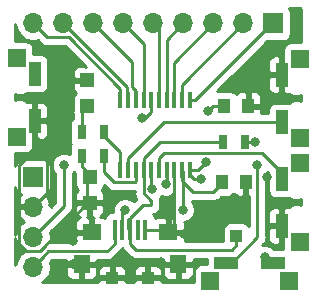
<source format=gbr>
G04 #@! TF.GenerationSoftware,KiCad,Pcbnew,5.0.1*
G04 #@! TF.CreationDate,2019-03-05T21:59:43-06:00*
G04 #@! TF.ProjectId,CH552Devboard,4348353532446576626F6172642E6B69,rev?*
G04 #@! TF.SameCoordinates,Original*
G04 #@! TF.FileFunction,Copper,L1,Top,Signal*
G04 #@! TF.FilePolarity,Positive*
%FSLAX46Y46*%
G04 Gerber Fmt 4.6, Leading zero omitted, Abs format (unit mm)*
G04 Created by KiCad (PCBNEW 5.0.1) date Tue 05 Mar 2019 09:59:43 PM CST*
%MOMM*%
%LPD*%
G01*
G04 APERTURE LIST*
G04 #@! TA.AperFunction,SMDPad,CuDef*
%ADD10R,1.000000X1.250000*%
G04 #@! TD*
G04 #@! TA.AperFunction,SMDPad,CuDef*
%ADD11R,1.200000X1.200000*%
G04 #@! TD*
G04 #@! TA.AperFunction,ComponentPad*
%ADD12R,1.000000X1.000000*%
G04 #@! TD*
G04 #@! TA.AperFunction,SMDPad,CuDef*
%ADD13R,1.500000X1.400000*%
G04 #@! TD*
G04 #@! TA.AperFunction,SMDPad,CuDef*
%ADD14R,0.400000X1.800000*%
G04 #@! TD*
G04 #@! TA.AperFunction,SMDPad,CuDef*
%ADD15R,1.350000X1.500000*%
G04 #@! TD*
G04 #@! TA.AperFunction,SMDPad,CuDef*
%ADD16R,1.100000X1.000000*%
G04 #@! TD*
G04 #@! TA.AperFunction,ComponentPad*
%ADD17R,1.700000X1.700000*%
G04 #@! TD*
G04 #@! TA.AperFunction,ComponentPad*
%ADD18O,1.700000X1.700000*%
G04 #@! TD*
G04 #@! TA.AperFunction,SMDPad,CuDef*
%ADD19R,0.700000X1.300000*%
G04 #@! TD*
G04 #@! TA.AperFunction,SMDPad,CuDef*
%ADD20R,1.524000X1.524000*%
G04 #@! TD*
G04 #@! TA.AperFunction,SMDPad,CuDef*
%ADD21R,1.000000X2.000000*%
G04 #@! TD*
G04 #@! TA.AperFunction,SMDPad,CuDef*
%ADD22R,0.450000X1.450000*%
G04 #@! TD*
G04 #@! TA.AperFunction,SMDPad,CuDef*
%ADD23R,2.000000X1.000000*%
G04 #@! TD*
G04 #@! TA.AperFunction,ViaPad*
%ADD24C,0.800000*%
G04 #@! TD*
G04 #@! TA.AperFunction,Conductor*
%ADD25C,0.250000*%
G04 #@! TD*
G04 #@! TA.AperFunction,Conductor*
%ADD26C,0.254000*%
G04 #@! TD*
G04 APERTURE END LIST*
D10*
G04 #@! TO.P,C1,1*
G04 #@! TO.N,+3V3*
X174400000Y-107000000D03*
G04 #@! TO.P,C1,2*
G04 #@! TO.N,VSS*
X176400000Y-107000000D03*
G04 #@! TD*
G04 #@! TO.P,C2,2*
G04 #@! TO.N,VCC*
X174200000Y-113400000D03*
G04 #@! TO.P,C2,1*
G04 #@! TO.N,VSS*
X176200000Y-113400000D03*
G04 #@! TD*
D11*
G04 #@! TO.P,D1,2*
G04 #@! TO.N,Net-(D1-Pad2)*
X163000000Y-113000000D03*
G04 #@! TO.P,D1,1*
G04 #@! TO.N,VSS*
X163000000Y-115200000D03*
G04 #@! TD*
G04 #@! TO.P,D2,1*
G04 #@! TO.N,VSS*
X162800000Y-104800000D03*
G04 #@! TO.P,D2,2*
G04 #@! TO.N,Net-(D2-Pad2)*
X162800000Y-107000000D03*
G04 #@! TD*
D12*
G04 #@! TO.P,J1,1*
G04 #@! TO.N,D+*
X175400000Y-118000000D03*
G04 #@! TD*
D13*
G04 #@! TO.P,J2,6*
G04 #@! TO.N,VSS*
X163150000Y-117700000D03*
X169650000Y-117700000D03*
D14*
G04 #@! TO.P,J2,3*
G04 #@! TO.N,D+*
X166400000Y-117500000D03*
G04 #@! TO.P,J2,2*
G04 #@! TO.N,D-*
X165750000Y-117500000D03*
G04 #@! TO.P,J2,4*
G04 #@! TO.N,Net-(J2-Pad4)*
X167050000Y-117500000D03*
G04 #@! TO.P,J2,1*
G04 #@! TO.N,VCC*
X165100000Y-117500000D03*
G04 #@! TO.P,J2,5*
G04 #@! TO.N,VSS*
X167700000Y-117500000D03*
D15*
G04 #@! TO.P,J2,6*
X162325000Y-120370000D03*
X170475000Y-120370000D03*
D16*
X164900000Y-121550000D03*
X167900000Y-121550000D03*
G04 #@! TD*
D17*
G04 #@! TO.P,J3,1*
G04 #@! TO.N,RST*
X158200000Y-112980000D03*
D18*
G04 #@! TO.P,J3,2*
G04 #@! TO.N,VSS*
X158200000Y-115520000D03*
G04 #@! TO.P,J3,3*
G04 #@! TO.N,+3V3*
X158200000Y-118060000D03*
G04 #@! TO.P,J3,4*
G04 #@! TO.N,VCC*
X158200000Y-120600000D03*
G04 #@! TD*
D19*
G04 #@! TO.P,R1,1*
G04 #@! TO.N,Net-(R1-Pad1)*
X176150000Y-110000000D03*
G04 #@! TO.P,R1,2*
G04 #@! TO.N,D+*
X174250000Y-110000000D03*
G04 #@! TD*
D20*
G04 #@! TO.P,SW3,3*
G04 #@! TO.N,N/C*
X180800000Y-111800000D03*
X180800000Y-118500000D03*
D21*
G04 #@! TO.P,SW3,1*
G04 #@! TO.N,B2*
X179250000Y-113150000D03*
G04 #@! TO.P,SW3,2*
G04 #@! TO.N,VSS*
X179250000Y-117150000D03*
G04 #@! TD*
D22*
G04 #@! TO.P,U1,1*
G04 #@! TO.N,P3.2*
X171450000Y-106500000D03*
G04 #@! TO.P,U1,2*
G04 #@! TO.N,P1.4*
X170800000Y-106500000D03*
G04 #@! TO.P,U1,3*
G04 #@! TO.N,P1.5*
X170150000Y-106500000D03*
G04 #@! TO.P,U1,4*
G04 #@! TO.N,P1.6*
X169500000Y-106500000D03*
G04 #@! TO.P,U1,5*
G04 #@! TO.N,P1.7*
X168850000Y-106500000D03*
G04 #@! TO.P,U1,6*
G04 #@! TO.N,RST*
X168200000Y-106500000D03*
G04 #@! TO.P,U1,7*
G04 #@! TO.N,P1.0*
X167550000Y-106500000D03*
G04 #@! TO.P,U1,8*
G04 #@! TO.N,P1.1*
X166900000Y-106500000D03*
G04 #@! TO.P,U1,9*
G04 #@! TO.N,P3.1*
X166250000Y-106500000D03*
G04 #@! TO.P,U1,10*
G04 #@! TO.N,P3.0*
X165600000Y-106500000D03*
G04 #@! TO.P,U1,11*
G04 #@! TO.N,Net-(R3-Pad2)*
X165600000Y-112400000D03*
G04 #@! TO.P,U1,12*
G04 #@! TO.N,B1*
X166250000Y-112400000D03*
G04 #@! TO.P,U1,13*
G04 #@! TO.N,Net-(R2-Pad2)*
X166900000Y-112400000D03*
G04 #@! TO.P,U1,14*
G04 #@! TO.N,D+*
X167550000Y-112400000D03*
G04 #@! TO.P,U1,15*
G04 #@! TO.N,D-*
X168200000Y-112400000D03*
G04 #@! TO.P,U1,16*
G04 #@! TO.N,B2*
X168850000Y-112400000D03*
G04 #@! TO.P,U1,17*
G04 #@! TO.N,B3*
X169500000Y-112400000D03*
G04 #@! TO.P,U1,18*
G04 #@! TO.N,VSS*
X170150000Y-112400000D03*
G04 #@! TO.P,U1,19*
G04 #@! TO.N,VCC*
X170800000Y-112400000D03*
G04 #@! TO.P,U1,20*
G04 #@! TO.N,+3V3*
X171450000Y-112400000D03*
G04 #@! TD*
D20*
G04 #@! TO.P,SW1,3*
G04 #@! TO.N,N/C*
X179900000Y-121800000D03*
X173200000Y-121800000D03*
D23*
G04 #@! TO.P,SW1,2*
G04 #@! TO.N,+3V3*
X178550000Y-120250000D03*
G04 #@! TO.P,SW1,1*
G04 #@! TO.N,Net-(R1-Pad1)*
X174550000Y-120250000D03*
G04 #@! TD*
D21*
G04 #@! TO.P,SW2,1*
G04 #@! TO.N,B3*
X158350000Y-104250000D03*
G04 #@! TO.P,SW2,2*
G04 #@! TO.N,VSS*
X158350000Y-108250000D03*
D20*
G04 #@! TO.P,SW2,3*
G04 #@! TO.N,N/C*
X156800000Y-102900000D03*
X156800000Y-109600000D03*
G04 #@! TD*
G04 #@! TO.P,SW4,3*
G04 #@! TO.N,N/C*
X180800000Y-103000000D03*
X180800000Y-109700000D03*
D21*
G04 #@! TO.P,SW4,2*
G04 #@! TO.N,VSS*
X179250000Y-104350000D03*
G04 #@! TO.P,SW4,1*
G04 #@! TO.N,B1*
X179250000Y-108350000D03*
G04 #@! TD*
D17*
G04 #@! TO.P,J4,1*
G04 #@! TO.N,P3.2*
X178540000Y-100000000D03*
D18*
G04 #@! TO.P,J4,2*
G04 #@! TO.N,P1.4*
X176000000Y-100000000D03*
G04 #@! TO.P,J4,3*
G04 #@! TO.N,P1.5*
X173460000Y-100000000D03*
G04 #@! TO.P,J4,4*
G04 #@! TO.N,P1.6*
X170920000Y-100000000D03*
G04 #@! TO.P,J4,5*
G04 #@! TO.N,P1.7*
X168380000Y-100000000D03*
G04 #@! TO.P,J4,6*
G04 #@! TO.N,P1.0*
X165840000Y-100000000D03*
G04 #@! TO.P,J4,7*
G04 #@! TO.N,P1.1*
X163300000Y-100000000D03*
G04 #@! TO.P,J4,8*
G04 #@! TO.N,P3.1*
X160760000Y-100000000D03*
G04 #@! TO.P,J4,9*
G04 #@! TO.N,P3.0*
X158220000Y-100000000D03*
G04 #@! TD*
D19*
G04 #@! TO.P,R2,1*
G04 #@! TO.N,Net-(D1-Pad2)*
X162300000Y-111200000D03*
G04 #@! TO.P,R2,2*
G04 #@! TO.N,Net-(R2-Pad2)*
X164200000Y-111200000D03*
G04 #@! TD*
G04 #@! TO.P,R3,2*
G04 #@! TO.N,Net-(R3-Pad2)*
X164200000Y-109200000D03*
G04 #@! TO.P,R3,1*
G04 #@! TO.N,Net-(D2-Pad2)*
X162300000Y-109200000D03*
G04 #@! TD*
D24*
G04 #@! TO.N,+3V3*
X177800000Y-119800000D03*
X160800000Y-112000000D03*
X172400000Y-113200000D03*
X172800000Y-111725000D03*
X173000000Y-107400000D03*
G04 #@! TO.N,VCC*
X170875000Y-115800000D03*
G04 #@! TO.N,VSS*
X178000000Y-106600000D03*
X178000000Y-113000000D03*
X176000000Y-115000000D03*
X171000000Y-117800000D03*
X169000000Y-120200000D03*
X161600000Y-118400000D03*
X161600000Y-120400000D03*
G04 #@! TO.N,D-*
X168275000Y-114000000D03*
X165987347Y-115787347D03*
G04 #@! TO.N,RST*
X167400000Y-108000000D03*
G04 #@! TO.N,Net-(R1-Pad1)*
X177200000Y-112000000D03*
X177000000Y-110000000D03*
G04 #@! TO.N,B3*
X169413811Y-113620186D03*
X158350000Y-104250000D03*
G04 #@! TD*
D25*
G04 #@! TO.N,+3V3*
X160800000Y-115460000D02*
X158200000Y-118060000D01*
X160800000Y-112000000D02*
X160800000Y-115460000D01*
X171834315Y-113200000D02*
X171484325Y-112850010D01*
X172400000Y-113200000D02*
X171834315Y-113200000D01*
X174000000Y-107000000D02*
X174200000Y-107000000D01*
X173400000Y-107000000D02*
X174000000Y-107000000D01*
X173000000Y-107400000D02*
X173400000Y-107000000D01*
X172125000Y-112400000D02*
X172800000Y-111725000D01*
X171450000Y-112400000D02*
X172125000Y-112400000D01*
G04 #@! TO.N,VCC*
X174200000Y-113525000D02*
X174200000Y-113400000D01*
X171700000Y-114275000D02*
X173450000Y-114275000D01*
X173450000Y-114275000D02*
X174200000Y-113525000D01*
X170800000Y-113375000D02*
X171700000Y-114275000D01*
X170800000Y-112400000D02*
X170800000Y-113375000D01*
X164455001Y-119294999D02*
X159505001Y-119294999D01*
X159049999Y-119750001D02*
X158200000Y-120600000D01*
X165100000Y-118650000D02*
X164455001Y-119294999D01*
X159505001Y-119294999D02*
X159049999Y-119750001D01*
X165100000Y-117500000D02*
X165100000Y-118650000D01*
X170875000Y-112475000D02*
X170800000Y-112400000D01*
X170875000Y-115800000D02*
X170875000Y-112475000D01*
G04 #@! TO.N,VSS*
X176200000Y-113400000D02*
X176200000Y-113525000D01*
G04 #@! TO.N,Net-(D1-Pad2)*
X163000000Y-112963590D02*
X163018205Y-112981795D01*
X163000000Y-112800000D02*
X163000000Y-112963590D01*
X162300000Y-112100000D02*
X163000000Y-112800000D01*
X162300000Y-111200000D02*
X162300000Y-112100000D01*
G04 #@! TO.N,Net-(R2-Pad2)*
X166824999Y-113450001D02*
X166900000Y-113375000D01*
X165050001Y-113450001D02*
X166824999Y-113450001D01*
X166900000Y-113375000D02*
X166900000Y-112400000D01*
G04 #@! TO.N,VSS*
X170150000Y-117200000D02*
X169650000Y-117700000D01*
X170150000Y-112400000D02*
X170150000Y-117200000D01*
X169450000Y-117500000D02*
X169650000Y-117700000D01*
X167700000Y-117500000D02*
X169450000Y-117500000D01*
X162800000Y-114250000D02*
X162800000Y-113400000D01*
X162800000Y-115199002D02*
X162800000Y-114250000D01*
X157635999Y-119235001D02*
X158764001Y-119235001D01*
X157024999Y-118624001D02*
X157635999Y-119235001D01*
X157024999Y-111948003D02*
X157024999Y-118624001D01*
X158350000Y-110623002D02*
X157024999Y-111948003D01*
X158764001Y-119235001D02*
X162800000Y-115199002D01*
X158350000Y-108250000D02*
X158350000Y-110623002D01*
X158350000Y-109500000D02*
X158350000Y-108250000D01*
X159375001Y-110525001D02*
X158350000Y-109500000D01*
X159375001Y-114344999D02*
X159375001Y-110525001D01*
X158200000Y-115520000D02*
X159375001Y-114344999D01*
G04 #@! TO.N,Net-(D2-Pad2)*
X162300000Y-107500000D02*
X162800000Y-107000000D01*
X162300000Y-109200000D02*
X162300000Y-107500000D01*
G04 #@! TO.N,D+*
X166275001Y-117375001D02*
X166400000Y-117500000D01*
X166275001Y-116524999D02*
X166275001Y-117375001D01*
X167550000Y-114348002D02*
X168200000Y-114998002D01*
X167550000Y-112400000D02*
X167550000Y-114348002D01*
X168200000Y-114998002D02*
X168200000Y-115400000D01*
X166400000Y-116464998D02*
X166400000Y-117500000D01*
X167464998Y-115400000D02*
X166400000Y-116464998D01*
X168200000Y-115400000D02*
X167464998Y-115400000D01*
X175400000Y-118800000D02*
X175400000Y-118000000D01*
X175000000Y-119200000D02*
X175400000Y-118800000D01*
X166950000Y-119200000D02*
X175000000Y-119200000D01*
X166400000Y-117500000D02*
X166400000Y-118650000D01*
X166400000Y-118650000D02*
X166950000Y-119200000D01*
X168975000Y-110000000D02*
X173650000Y-110000000D01*
X173650000Y-110000000D02*
X174250000Y-110000000D01*
X167550000Y-111425000D02*
X168975000Y-110000000D01*
X167550000Y-112400000D02*
X167550000Y-111425000D01*
G04 #@! TO.N,D-*
X168200000Y-112400000D02*
X168200000Y-113925000D01*
X168200000Y-113925000D02*
X168275000Y-114000000D01*
X165750000Y-116024694D02*
X165750000Y-117500000D01*
X165987347Y-115787347D02*
X165750000Y-116024694D01*
G04 #@! TO.N,RST*
X167675000Y-108000000D02*
X167400000Y-108000000D01*
X168200000Y-106500000D02*
X168200000Y-107475000D01*
X168200000Y-107475000D02*
X167675000Y-108000000D01*
G04 #@! TO.N,P3.2*
X178425000Y-100000000D02*
X178540000Y-100000000D01*
X171925000Y-106500000D02*
X178425000Y-100000000D01*
X171450000Y-106500000D02*
X171925000Y-106500000D01*
G04 #@! TO.N,P1.4*
X170800000Y-105200000D02*
X176000000Y-100000000D01*
X170800000Y-106500000D02*
X170800000Y-105200000D01*
G04 #@! TO.N,P1.5*
X170150000Y-103310000D02*
X173460000Y-100000000D01*
X170150000Y-106500000D02*
X170150000Y-103310000D01*
G04 #@! TO.N,P1.6*
X169500000Y-101420000D02*
X170920000Y-100000000D01*
X169500000Y-106500000D02*
X169500000Y-101420000D01*
G04 #@! TO.N,P1.7*
X168850000Y-100470000D02*
X168380000Y-100000000D01*
X168850000Y-106500000D02*
X168850000Y-100470000D01*
G04 #@! TO.N,P3.0*
X159069999Y-100849999D02*
X158220000Y-100000000D01*
X159395001Y-101175001D02*
X159069999Y-100849999D01*
X161250001Y-101175001D02*
X159395001Y-101175001D01*
X165600000Y-105525000D02*
X161250001Y-101175001D01*
X165600000Y-106500000D02*
X165600000Y-105525000D01*
G04 #@! TO.N,P3.1*
X166150001Y-106400001D02*
X166250000Y-106500000D01*
X166150001Y-105390001D02*
X166150001Y-106400001D01*
X160760000Y-100000000D02*
X166150001Y-105390001D01*
G04 #@! TO.N,P1.1*
X164149999Y-100849999D02*
X163300000Y-100000000D01*
X166600011Y-103300011D02*
X164149999Y-100849999D01*
X166600011Y-105400000D02*
X166600011Y-103300011D01*
X166900000Y-105699989D02*
X166600011Y-105400000D01*
X166900000Y-106500000D02*
X166900000Y-105699989D01*
G04 #@! TO.N,P1.0*
X167550000Y-101710000D02*
X167550000Y-106500000D01*
X165840000Y-100000000D02*
X167550000Y-101710000D01*
G04 #@! TO.N,Net-(R1-Pad1)*
X177200000Y-117785002D02*
X177200000Y-112000000D01*
X174550000Y-120250000D02*
X175050000Y-120250000D01*
X177200000Y-118100000D02*
X177200000Y-117785002D01*
X175050000Y-120250000D02*
X177200000Y-118100000D01*
X177000000Y-110000000D02*
X176150000Y-110000000D01*
G04 #@! TO.N,B3*
X169500000Y-112400000D02*
X169500000Y-113533997D01*
X169500000Y-113533997D02*
X169413811Y-113620186D01*
G04 #@! TO.N,B2*
X168850000Y-111425000D02*
X169275000Y-111000000D01*
X168850000Y-112400000D02*
X168850000Y-111425000D01*
X179250000Y-112650000D02*
X179250000Y-113150000D01*
X177600000Y-111000000D02*
X179250000Y-112650000D01*
X169275000Y-111000000D02*
X177600000Y-111000000D01*
G04 #@! TO.N,B1*
X169325000Y-108350000D02*
X178500000Y-108350000D01*
X166250000Y-111425000D02*
X169325000Y-108350000D01*
X178500000Y-108350000D02*
X179250000Y-108350000D01*
X166250000Y-112400000D02*
X166250000Y-111425000D01*
G04 #@! TO.N,Net-(R2-Pad2)*
X164200000Y-112600000D02*
X164200000Y-111200000D01*
X165050001Y-113450001D02*
X164200000Y-112600000D01*
G04 #@! TO.N,Net-(R3-Pad2)*
X164200000Y-109500000D02*
X164200000Y-109200000D01*
X165600000Y-110900000D02*
X164200000Y-109500000D01*
X165600000Y-112400000D02*
X165600000Y-110900000D01*
G04 #@! TD*
D26*
G04 #@! TO.N,VSS*
G36*
X165796661Y-119115000D02*
X165852072Y-119197929D01*
X165915527Y-119240328D01*
X166359672Y-119684475D01*
X166402071Y-119747929D01*
X166465524Y-119790327D01*
X166465526Y-119790329D01*
X166570032Y-119860157D01*
X166653463Y-119915904D01*
X166875148Y-119960000D01*
X166875152Y-119960000D01*
X166949999Y-119974888D01*
X167024846Y-119960000D01*
X169165000Y-119960000D01*
X169165000Y-120084250D01*
X169323750Y-120243000D01*
X170348000Y-120243000D01*
X170348000Y-120223000D01*
X170602000Y-120223000D01*
X170602000Y-120243000D01*
X171626250Y-120243000D01*
X171785000Y-120084250D01*
X171785000Y-119960000D01*
X172902560Y-119960000D01*
X172902560Y-120390560D01*
X172438000Y-120390560D01*
X172190235Y-120439843D01*
X171980191Y-120580191D01*
X171839843Y-120790235D01*
X171790560Y-121038000D01*
X171790560Y-121890000D01*
X169085000Y-121890000D01*
X169085000Y-121835750D01*
X168926250Y-121677000D01*
X168027000Y-121677000D01*
X168027000Y-121697000D01*
X167773000Y-121697000D01*
X167773000Y-121677000D01*
X166873750Y-121677000D01*
X166715000Y-121835750D01*
X166715000Y-121890000D01*
X166085000Y-121890000D01*
X166085000Y-121835750D01*
X165926250Y-121677000D01*
X165027000Y-121677000D01*
X165027000Y-121697000D01*
X164773000Y-121697000D01*
X164773000Y-121677000D01*
X163873750Y-121677000D01*
X163715000Y-121835750D01*
X163715000Y-121890000D01*
X158942307Y-121890000D01*
X159270625Y-121670625D01*
X159598839Y-121179418D01*
X159703002Y-120655750D01*
X161015000Y-120655750D01*
X161015000Y-121246310D01*
X161111673Y-121479699D01*
X161290302Y-121658327D01*
X161523691Y-121755000D01*
X162039250Y-121755000D01*
X162198000Y-121596250D01*
X162198000Y-120497000D01*
X162452000Y-120497000D01*
X162452000Y-121596250D01*
X162610750Y-121755000D01*
X163126309Y-121755000D01*
X163359698Y-121658327D01*
X163538327Y-121479699D01*
X163635000Y-121246310D01*
X163635000Y-120923690D01*
X163715000Y-120923690D01*
X163715000Y-121264250D01*
X163873750Y-121423000D01*
X164773000Y-121423000D01*
X164773000Y-120573750D01*
X165027000Y-120573750D01*
X165027000Y-121423000D01*
X165926250Y-121423000D01*
X166085000Y-121264250D01*
X166085000Y-120923690D01*
X166715000Y-120923690D01*
X166715000Y-121264250D01*
X166873750Y-121423000D01*
X167773000Y-121423000D01*
X167773000Y-120573750D01*
X168027000Y-120573750D01*
X168027000Y-121423000D01*
X168926250Y-121423000D01*
X169085000Y-121264250D01*
X169085000Y-120923690D01*
X168988327Y-120690301D01*
X168953776Y-120655750D01*
X169165000Y-120655750D01*
X169165000Y-121246310D01*
X169261673Y-121479699D01*
X169440302Y-121658327D01*
X169673691Y-121755000D01*
X170189250Y-121755000D01*
X170348000Y-121596250D01*
X170348000Y-120497000D01*
X170602000Y-120497000D01*
X170602000Y-121596250D01*
X170760750Y-121755000D01*
X171276309Y-121755000D01*
X171509698Y-121658327D01*
X171688327Y-121479699D01*
X171785000Y-121246310D01*
X171785000Y-120655750D01*
X171626250Y-120497000D01*
X170602000Y-120497000D01*
X170348000Y-120497000D01*
X169323750Y-120497000D01*
X169165000Y-120655750D01*
X168953776Y-120655750D01*
X168809698Y-120511673D01*
X168576309Y-120415000D01*
X168185750Y-120415000D01*
X168027000Y-120573750D01*
X167773000Y-120573750D01*
X167614250Y-120415000D01*
X167223691Y-120415000D01*
X166990302Y-120511673D01*
X166811673Y-120690301D01*
X166715000Y-120923690D01*
X166085000Y-120923690D01*
X165988327Y-120690301D01*
X165809698Y-120511673D01*
X165576309Y-120415000D01*
X165185750Y-120415000D01*
X165027000Y-120573750D01*
X164773000Y-120573750D01*
X164614250Y-120415000D01*
X164223691Y-120415000D01*
X163990302Y-120511673D01*
X163811673Y-120690301D01*
X163715000Y-120923690D01*
X163635000Y-120923690D01*
X163635000Y-120655750D01*
X163476250Y-120497000D01*
X162452000Y-120497000D01*
X162198000Y-120497000D01*
X161173750Y-120497000D01*
X161015000Y-120655750D01*
X159703002Y-120655750D01*
X159714092Y-120600000D01*
X159641209Y-120233592D01*
X159819802Y-120054999D01*
X161015000Y-120054999D01*
X161015000Y-120084250D01*
X161173750Y-120243000D01*
X162198000Y-120243000D01*
X162198000Y-120223000D01*
X162452000Y-120223000D01*
X162452000Y-120243000D01*
X163476250Y-120243000D01*
X163635000Y-120084250D01*
X163635000Y-120054999D01*
X164380154Y-120054999D01*
X164455001Y-120069887D01*
X164529848Y-120054999D01*
X164529853Y-120054999D01*
X164751538Y-120010903D01*
X165002930Y-119842928D01*
X165045331Y-119779470D01*
X165584475Y-119240328D01*
X165647929Y-119197929D01*
X165690327Y-119134476D01*
X165690329Y-119134474D01*
X165748483Y-119047440D01*
X165751518Y-119047440D01*
X165796661Y-119115000D01*
X165796661Y-119115000D01*
G37*
X165796661Y-119115000D02*
X165852072Y-119197929D01*
X165915527Y-119240328D01*
X166359672Y-119684475D01*
X166402071Y-119747929D01*
X166465524Y-119790327D01*
X166465526Y-119790329D01*
X166570032Y-119860157D01*
X166653463Y-119915904D01*
X166875148Y-119960000D01*
X166875152Y-119960000D01*
X166949999Y-119974888D01*
X167024846Y-119960000D01*
X169165000Y-119960000D01*
X169165000Y-120084250D01*
X169323750Y-120243000D01*
X170348000Y-120243000D01*
X170348000Y-120223000D01*
X170602000Y-120223000D01*
X170602000Y-120243000D01*
X171626250Y-120243000D01*
X171785000Y-120084250D01*
X171785000Y-119960000D01*
X172902560Y-119960000D01*
X172902560Y-120390560D01*
X172438000Y-120390560D01*
X172190235Y-120439843D01*
X171980191Y-120580191D01*
X171839843Y-120790235D01*
X171790560Y-121038000D01*
X171790560Y-121890000D01*
X169085000Y-121890000D01*
X169085000Y-121835750D01*
X168926250Y-121677000D01*
X168027000Y-121677000D01*
X168027000Y-121697000D01*
X167773000Y-121697000D01*
X167773000Y-121677000D01*
X166873750Y-121677000D01*
X166715000Y-121835750D01*
X166715000Y-121890000D01*
X166085000Y-121890000D01*
X166085000Y-121835750D01*
X165926250Y-121677000D01*
X165027000Y-121677000D01*
X165027000Y-121697000D01*
X164773000Y-121697000D01*
X164773000Y-121677000D01*
X163873750Y-121677000D01*
X163715000Y-121835750D01*
X163715000Y-121890000D01*
X158942307Y-121890000D01*
X159270625Y-121670625D01*
X159598839Y-121179418D01*
X159703002Y-120655750D01*
X161015000Y-120655750D01*
X161015000Y-121246310D01*
X161111673Y-121479699D01*
X161290302Y-121658327D01*
X161523691Y-121755000D01*
X162039250Y-121755000D01*
X162198000Y-121596250D01*
X162198000Y-120497000D01*
X162452000Y-120497000D01*
X162452000Y-121596250D01*
X162610750Y-121755000D01*
X163126309Y-121755000D01*
X163359698Y-121658327D01*
X163538327Y-121479699D01*
X163635000Y-121246310D01*
X163635000Y-120923690D01*
X163715000Y-120923690D01*
X163715000Y-121264250D01*
X163873750Y-121423000D01*
X164773000Y-121423000D01*
X164773000Y-120573750D01*
X165027000Y-120573750D01*
X165027000Y-121423000D01*
X165926250Y-121423000D01*
X166085000Y-121264250D01*
X166085000Y-120923690D01*
X166715000Y-120923690D01*
X166715000Y-121264250D01*
X166873750Y-121423000D01*
X167773000Y-121423000D01*
X167773000Y-120573750D01*
X168027000Y-120573750D01*
X168027000Y-121423000D01*
X168926250Y-121423000D01*
X169085000Y-121264250D01*
X169085000Y-120923690D01*
X168988327Y-120690301D01*
X168953776Y-120655750D01*
X169165000Y-120655750D01*
X169165000Y-121246310D01*
X169261673Y-121479699D01*
X169440302Y-121658327D01*
X169673691Y-121755000D01*
X170189250Y-121755000D01*
X170348000Y-121596250D01*
X170348000Y-120497000D01*
X170602000Y-120497000D01*
X170602000Y-121596250D01*
X170760750Y-121755000D01*
X171276309Y-121755000D01*
X171509698Y-121658327D01*
X171688327Y-121479699D01*
X171785000Y-121246310D01*
X171785000Y-120655750D01*
X171626250Y-120497000D01*
X170602000Y-120497000D01*
X170348000Y-120497000D01*
X169323750Y-120497000D01*
X169165000Y-120655750D01*
X168953776Y-120655750D01*
X168809698Y-120511673D01*
X168576309Y-120415000D01*
X168185750Y-120415000D01*
X168027000Y-120573750D01*
X167773000Y-120573750D01*
X167614250Y-120415000D01*
X167223691Y-120415000D01*
X166990302Y-120511673D01*
X166811673Y-120690301D01*
X166715000Y-120923690D01*
X166085000Y-120923690D01*
X165988327Y-120690301D01*
X165809698Y-120511673D01*
X165576309Y-120415000D01*
X165185750Y-120415000D01*
X165027000Y-120573750D01*
X164773000Y-120573750D01*
X164614250Y-120415000D01*
X164223691Y-120415000D01*
X163990302Y-120511673D01*
X163811673Y-120690301D01*
X163715000Y-120923690D01*
X163635000Y-120923690D01*
X163635000Y-120655750D01*
X163476250Y-120497000D01*
X162452000Y-120497000D01*
X162198000Y-120497000D01*
X161173750Y-120497000D01*
X161015000Y-120655750D01*
X159703002Y-120655750D01*
X159714092Y-120600000D01*
X159641209Y-120233592D01*
X159819802Y-120054999D01*
X161015000Y-120054999D01*
X161015000Y-120084250D01*
X161173750Y-120243000D01*
X162198000Y-120243000D01*
X162198000Y-120223000D01*
X162452000Y-120223000D01*
X162452000Y-120243000D01*
X163476250Y-120243000D01*
X163635000Y-120084250D01*
X163635000Y-120054999D01*
X164380154Y-120054999D01*
X164455001Y-120069887D01*
X164529848Y-120054999D01*
X164529853Y-120054999D01*
X164751538Y-120010903D01*
X165002930Y-119842928D01*
X165045331Y-119779470D01*
X165584475Y-119240328D01*
X165647929Y-119197929D01*
X165690327Y-119134476D01*
X165690329Y-119134474D01*
X165748483Y-119047440D01*
X165751518Y-119047440D01*
X165796661Y-119115000D01*
G36*
X156801161Y-118639418D02*
X157129375Y-119130625D01*
X157427761Y-119330000D01*
X157129375Y-119529375D01*
X156801161Y-120020582D01*
X156710000Y-120478881D01*
X156710000Y-118181119D01*
X156801161Y-118639418D01*
X156801161Y-118639418D01*
G37*
X156801161Y-118639418D02*
X157129375Y-119130625D01*
X157427761Y-119330000D01*
X157129375Y-119529375D01*
X156801161Y-120020582D01*
X156710000Y-120478881D01*
X156710000Y-118181119D01*
X156801161Y-118639418D01*
G36*
X178102560Y-112577362D02*
X178102560Y-114150000D01*
X178151843Y-114397765D01*
X178292191Y-114607809D01*
X178502235Y-114748157D01*
X178750000Y-114797440D01*
X179750000Y-114797440D01*
X179896091Y-114768381D01*
X179970365Y-114842655D01*
X180314017Y-114985000D01*
X180685983Y-114985000D01*
X180890000Y-114900493D01*
X180890000Y-115399507D01*
X180685983Y-115315000D01*
X180314017Y-115315000D01*
X179970365Y-115457345D01*
X179902049Y-115525661D01*
X179876310Y-115515000D01*
X179535750Y-115515000D01*
X179377000Y-115673750D01*
X179377000Y-117023000D01*
X179397000Y-117023000D01*
X179397000Y-117277000D01*
X179377000Y-117277000D01*
X179377000Y-118626250D01*
X179390560Y-118639810D01*
X179390560Y-119102560D01*
X178566271Y-119102560D01*
X178386280Y-118922569D01*
X178005874Y-118765000D01*
X177609802Y-118765000D01*
X177684473Y-118690329D01*
X177747929Y-118647929D01*
X177915904Y-118396537D01*
X177960000Y-118174852D01*
X177960000Y-118174848D01*
X177974888Y-118100001D01*
X177960000Y-118025154D01*
X177960000Y-117435750D01*
X178115000Y-117435750D01*
X178115000Y-118276309D01*
X178211673Y-118509698D01*
X178390301Y-118688327D01*
X178623690Y-118785000D01*
X178964250Y-118785000D01*
X179123000Y-118626250D01*
X179123000Y-117277000D01*
X178273750Y-117277000D01*
X178115000Y-117435750D01*
X177960000Y-117435750D01*
X177960000Y-116023691D01*
X178115000Y-116023691D01*
X178115000Y-116864250D01*
X178273750Y-117023000D01*
X179123000Y-117023000D01*
X179123000Y-115673750D01*
X178964250Y-115515000D01*
X178623690Y-115515000D01*
X178390301Y-115611673D01*
X178211673Y-115790302D01*
X178115000Y-116023691D01*
X177960000Y-116023691D01*
X177960000Y-112703711D01*
X178077431Y-112586280D01*
X178087403Y-112562205D01*
X178102560Y-112577362D01*
X178102560Y-112577362D01*
G37*
X178102560Y-112577362D02*
X178102560Y-114150000D01*
X178151843Y-114397765D01*
X178292191Y-114607809D01*
X178502235Y-114748157D01*
X178750000Y-114797440D01*
X179750000Y-114797440D01*
X179896091Y-114768381D01*
X179970365Y-114842655D01*
X180314017Y-114985000D01*
X180685983Y-114985000D01*
X180890000Y-114900493D01*
X180890000Y-115399507D01*
X180685983Y-115315000D01*
X180314017Y-115315000D01*
X179970365Y-115457345D01*
X179902049Y-115525661D01*
X179876310Y-115515000D01*
X179535750Y-115515000D01*
X179377000Y-115673750D01*
X179377000Y-117023000D01*
X179397000Y-117023000D01*
X179397000Y-117277000D01*
X179377000Y-117277000D01*
X179377000Y-118626250D01*
X179390560Y-118639810D01*
X179390560Y-119102560D01*
X178566271Y-119102560D01*
X178386280Y-118922569D01*
X178005874Y-118765000D01*
X177609802Y-118765000D01*
X177684473Y-118690329D01*
X177747929Y-118647929D01*
X177915904Y-118396537D01*
X177960000Y-118174852D01*
X177960000Y-118174848D01*
X177974888Y-118100001D01*
X177960000Y-118025154D01*
X177960000Y-117435750D01*
X178115000Y-117435750D01*
X178115000Y-118276309D01*
X178211673Y-118509698D01*
X178390301Y-118688327D01*
X178623690Y-118785000D01*
X178964250Y-118785000D01*
X179123000Y-118626250D01*
X179123000Y-117277000D01*
X178273750Y-117277000D01*
X178115000Y-117435750D01*
X177960000Y-117435750D01*
X177960000Y-116023691D01*
X178115000Y-116023691D01*
X178115000Y-116864250D01*
X178273750Y-117023000D01*
X179123000Y-117023000D01*
X179123000Y-115673750D01*
X178964250Y-115515000D01*
X178623690Y-115515000D01*
X178390301Y-115611673D01*
X178211673Y-115790302D01*
X178115000Y-116023691D01*
X177960000Y-116023691D01*
X177960000Y-112703711D01*
X178077431Y-112586280D01*
X178087403Y-112562205D01*
X178102560Y-112577362D01*
G36*
X161752072Y-112647929D02*
X161752560Y-112648255D01*
X161752560Y-113600000D01*
X161801843Y-113847765D01*
X161942191Y-114057809D01*
X162003320Y-114098654D01*
X161861673Y-114240302D01*
X161765000Y-114473691D01*
X161765000Y-114914250D01*
X161923750Y-115073000D01*
X162873000Y-115073000D01*
X162873000Y-115053000D01*
X163127000Y-115053000D01*
X163127000Y-115073000D01*
X164076250Y-115073000D01*
X164235000Y-114914250D01*
X164235000Y-114473691D01*
X164138327Y-114240302D01*
X163996680Y-114098654D01*
X164057809Y-114057809D01*
X164198157Y-113847765D01*
X164227159Y-113701961D01*
X164459672Y-113934474D01*
X164502072Y-113997930D01*
X164753464Y-114165905D01*
X164975149Y-114210001D01*
X164975154Y-114210001D01*
X165050001Y-114224889D01*
X165124848Y-114210001D01*
X166750152Y-114210001D01*
X166790001Y-114217927D01*
X166790001Y-114273150D01*
X166775112Y-114348002D01*
X166834097Y-114644539D01*
X166953294Y-114822929D01*
X166955574Y-114826342D01*
X166917069Y-114852071D01*
X166874669Y-114915527D01*
X166726954Y-115063243D01*
X166573627Y-114909916D01*
X166193221Y-114752347D01*
X165781473Y-114752347D01*
X165401067Y-114909916D01*
X165109916Y-115201067D01*
X164952347Y-115581473D01*
X164952347Y-115952560D01*
X164900000Y-115952560D01*
X164652235Y-116001843D01*
X164442191Y-116142191D01*
X164301843Y-116352235D01*
X164276694Y-116478669D01*
X164259698Y-116461673D01*
X164026309Y-116365000D01*
X163895305Y-116365000D01*
X163959699Y-116338327D01*
X164138327Y-116159698D01*
X164235000Y-115926309D01*
X164235000Y-115485750D01*
X164076250Y-115327000D01*
X163127000Y-115327000D01*
X163127000Y-116276250D01*
X163285750Y-116435000D01*
X163365750Y-116435000D01*
X163277000Y-116523750D01*
X163277000Y-117573000D01*
X163297000Y-117573000D01*
X163297000Y-117827000D01*
X163277000Y-117827000D01*
X163277000Y-117847000D01*
X163023000Y-117847000D01*
X163023000Y-117827000D01*
X161923750Y-117827000D01*
X161765000Y-117985750D01*
X161765000Y-118526310D01*
X161768599Y-118534999D01*
X159619609Y-118534999D01*
X159714092Y-118060000D01*
X159641209Y-117693592D01*
X161284473Y-116050329D01*
X161347929Y-116007929D01*
X161515904Y-115756537D01*
X161560000Y-115534852D01*
X161560000Y-115534848D01*
X161569766Y-115485750D01*
X161765000Y-115485750D01*
X161765000Y-115926309D01*
X161861673Y-116159698D01*
X162040301Y-116338327D01*
X162189193Y-116400000D01*
X162040302Y-116461673D01*
X161861673Y-116640301D01*
X161765000Y-116873690D01*
X161765000Y-117414250D01*
X161923750Y-117573000D01*
X163023000Y-117573000D01*
X163023000Y-116523750D01*
X162864250Y-116365000D01*
X162784250Y-116365000D01*
X162873000Y-116276250D01*
X162873000Y-115327000D01*
X161923750Y-115327000D01*
X161765000Y-115485750D01*
X161569766Y-115485750D01*
X161574888Y-115460001D01*
X161560000Y-115385154D01*
X161560000Y-112703711D01*
X161677431Y-112586280D01*
X161690231Y-112555378D01*
X161752072Y-112647929D01*
X161752072Y-112647929D01*
G37*
X161752072Y-112647929D02*
X161752560Y-112648255D01*
X161752560Y-113600000D01*
X161801843Y-113847765D01*
X161942191Y-114057809D01*
X162003320Y-114098654D01*
X161861673Y-114240302D01*
X161765000Y-114473691D01*
X161765000Y-114914250D01*
X161923750Y-115073000D01*
X162873000Y-115073000D01*
X162873000Y-115053000D01*
X163127000Y-115053000D01*
X163127000Y-115073000D01*
X164076250Y-115073000D01*
X164235000Y-114914250D01*
X164235000Y-114473691D01*
X164138327Y-114240302D01*
X163996680Y-114098654D01*
X164057809Y-114057809D01*
X164198157Y-113847765D01*
X164227159Y-113701961D01*
X164459672Y-113934474D01*
X164502072Y-113997930D01*
X164753464Y-114165905D01*
X164975149Y-114210001D01*
X164975154Y-114210001D01*
X165050001Y-114224889D01*
X165124848Y-114210001D01*
X166750152Y-114210001D01*
X166790001Y-114217927D01*
X166790001Y-114273150D01*
X166775112Y-114348002D01*
X166834097Y-114644539D01*
X166953294Y-114822929D01*
X166955574Y-114826342D01*
X166917069Y-114852071D01*
X166874669Y-114915527D01*
X166726954Y-115063243D01*
X166573627Y-114909916D01*
X166193221Y-114752347D01*
X165781473Y-114752347D01*
X165401067Y-114909916D01*
X165109916Y-115201067D01*
X164952347Y-115581473D01*
X164952347Y-115952560D01*
X164900000Y-115952560D01*
X164652235Y-116001843D01*
X164442191Y-116142191D01*
X164301843Y-116352235D01*
X164276694Y-116478669D01*
X164259698Y-116461673D01*
X164026309Y-116365000D01*
X163895305Y-116365000D01*
X163959699Y-116338327D01*
X164138327Y-116159698D01*
X164235000Y-115926309D01*
X164235000Y-115485750D01*
X164076250Y-115327000D01*
X163127000Y-115327000D01*
X163127000Y-116276250D01*
X163285750Y-116435000D01*
X163365750Y-116435000D01*
X163277000Y-116523750D01*
X163277000Y-117573000D01*
X163297000Y-117573000D01*
X163297000Y-117827000D01*
X163277000Y-117827000D01*
X163277000Y-117847000D01*
X163023000Y-117847000D01*
X163023000Y-117827000D01*
X161923750Y-117827000D01*
X161765000Y-117985750D01*
X161765000Y-118526310D01*
X161768599Y-118534999D01*
X159619609Y-118534999D01*
X159714092Y-118060000D01*
X159641209Y-117693592D01*
X161284473Y-116050329D01*
X161347929Y-116007929D01*
X161515904Y-115756537D01*
X161560000Y-115534852D01*
X161560000Y-115534848D01*
X161569766Y-115485750D01*
X161765000Y-115485750D01*
X161765000Y-115926309D01*
X161861673Y-116159698D01*
X162040301Y-116338327D01*
X162189193Y-116400000D01*
X162040302Y-116461673D01*
X161861673Y-116640301D01*
X161765000Y-116873690D01*
X161765000Y-117414250D01*
X161923750Y-117573000D01*
X163023000Y-117573000D01*
X163023000Y-116523750D01*
X162864250Y-116365000D01*
X162784250Y-116365000D01*
X162873000Y-116276250D01*
X162873000Y-115327000D01*
X161923750Y-115327000D01*
X161765000Y-115485750D01*
X161569766Y-115485750D01*
X161574888Y-115460001D01*
X161560000Y-115385154D01*
X161560000Y-112703711D01*
X161677431Y-112586280D01*
X161690231Y-112555378D01*
X161752072Y-112647929D01*
G36*
X176327000Y-113273000D02*
X176347000Y-113273000D01*
X176347000Y-113527000D01*
X176327000Y-113527000D01*
X176327000Y-114501250D01*
X176440001Y-114614251D01*
X176440000Y-117165198D01*
X176357809Y-117042191D01*
X176147765Y-116901843D01*
X175900000Y-116852560D01*
X174900000Y-116852560D01*
X174652235Y-116901843D01*
X174442191Y-117042191D01*
X174301843Y-117252235D01*
X174252560Y-117500000D01*
X174252560Y-118440000D01*
X171035000Y-118440000D01*
X171035000Y-117985750D01*
X170876250Y-117827000D01*
X169777000Y-117827000D01*
X169777000Y-117847000D01*
X169523000Y-117847000D01*
X169523000Y-117827000D01*
X169503000Y-117827000D01*
X169503000Y-117573000D01*
X169523000Y-117573000D01*
X169523000Y-116523750D01*
X169364250Y-116365000D01*
X168773691Y-116365000D01*
X168540302Y-116461673D01*
X168533033Y-116468942D01*
X168438327Y-116240301D01*
X168344226Y-116146201D01*
X168496537Y-116115904D01*
X168747929Y-115947929D01*
X168915904Y-115696537D01*
X168925758Y-115647000D01*
X168974889Y-115400000D01*
X168960000Y-115325148D01*
X168960000Y-115072850D01*
X168974888Y-114998002D01*
X168960000Y-114923154D01*
X168960000Y-114923150D01*
X168936036Y-114802675D01*
X169119964Y-114618747D01*
X169207937Y-114655186D01*
X169619685Y-114655186D01*
X170000091Y-114497617D01*
X170115000Y-114382708D01*
X170115000Y-115096289D01*
X169997569Y-115213720D01*
X169840000Y-115594126D01*
X169840000Y-116005874D01*
X169988755Y-116365000D01*
X169935750Y-116365000D01*
X169777000Y-116523750D01*
X169777000Y-117573000D01*
X170876250Y-117573000D01*
X171035000Y-117414250D01*
X171035000Y-116873690D01*
X171018974Y-116835000D01*
X171080874Y-116835000D01*
X171461280Y-116677431D01*
X171752431Y-116386280D01*
X171910000Y-116005874D01*
X171910000Y-115594126D01*
X171752431Y-115213720D01*
X171635000Y-115096289D01*
X171635000Y-115036959D01*
X171699999Y-115049888D01*
X171774846Y-115035000D01*
X173375153Y-115035000D01*
X173450000Y-115049888D01*
X173524847Y-115035000D01*
X173524852Y-115035000D01*
X173746537Y-114990904D01*
X173997929Y-114822929D01*
X174040331Y-114759470D01*
X174127361Y-114672440D01*
X174700000Y-114672440D01*
X174947765Y-114623157D01*
X175157809Y-114482809D01*
X175198654Y-114421680D01*
X175340302Y-114563327D01*
X175573691Y-114660000D01*
X175914250Y-114660000D01*
X176073000Y-114501250D01*
X176073000Y-113527000D01*
X176053000Y-113527000D01*
X176053000Y-113273000D01*
X176073000Y-113273000D01*
X176073000Y-113253000D01*
X176327000Y-113253000D01*
X176327000Y-113273000D01*
X176327000Y-113273000D01*
G37*
X176327000Y-113273000D02*
X176347000Y-113273000D01*
X176347000Y-113527000D01*
X176327000Y-113527000D01*
X176327000Y-114501250D01*
X176440001Y-114614251D01*
X176440000Y-117165198D01*
X176357809Y-117042191D01*
X176147765Y-116901843D01*
X175900000Y-116852560D01*
X174900000Y-116852560D01*
X174652235Y-116901843D01*
X174442191Y-117042191D01*
X174301843Y-117252235D01*
X174252560Y-117500000D01*
X174252560Y-118440000D01*
X171035000Y-118440000D01*
X171035000Y-117985750D01*
X170876250Y-117827000D01*
X169777000Y-117827000D01*
X169777000Y-117847000D01*
X169523000Y-117847000D01*
X169523000Y-117827000D01*
X169503000Y-117827000D01*
X169503000Y-117573000D01*
X169523000Y-117573000D01*
X169523000Y-116523750D01*
X169364250Y-116365000D01*
X168773691Y-116365000D01*
X168540302Y-116461673D01*
X168533033Y-116468942D01*
X168438327Y-116240301D01*
X168344226Y-116146201D01*
X168496537Y-116115904D01*
X168747929Y-115947929D01*
X168915904Y-115696537D01*
X168925758Y-115647000D01*
X168974889Y-115400000D01*
X168960000Y-115325148D01*
X168960000Y-115072850D01*
X168974888Y-114998002D01*
X168960000Y-114923154D01*
X168960000Y-114923150D01*
X168936036Y-114802675D01*
X169119964Y-114618747D01*
X169207937Y-114655186D01*
X169619685Y-114655186D01*
X170000091Y-114497617D01*
X170115000Y-114382708D01*
X170115000Y-115096289D01*
X169997569Y-115213720D01*
X169840000Y-115594126D01*
X169840000Y-116005874D01*
X169988755Y-116365000D01*
X169935750Y-116365000D01*
X169777000Y-116523750D01*
X169777000Y-117573000D01*
X170876250Y-117573000D01*
X171035000Y-117414250D01*
X171035000Y-116873690D01*
X171018974Y-116835000D01*
X171080874Y-116835000D01*
X171461280Y-116677431D01*
X171752431Y-116386280D01*
X171910000Y-116005874D01*
X171910000Y-115594126D01*
X171752431Y-115213720D01*
X171635000Y-115096289D01*
X171635000Y-115036959D01*
X171699999Y-115049888D01*
X171774846Y-115035000D01*
X173375153Y-115035000D01*
X173450000Y-115049888D01*
X173524847Y-115035000D01*
X173524852Y-115035000D01*
X173746537Y-114990904D01*
X173997929Y-114822929D01*
X174040331Y-114759470D01*
X174127361Y-114672440D01*
X174700000Y-114672440D01*
X174947765Y-114623157D01*
X175157809Y-114482809D01*
X175198654Y-114421680D01*
X175340302Y-114563327D01*
X175573691Y-114660000D01*
X175914250Y-114660000D01*
X176073000Y-114501250D01*
X176073000Y-113527000D01*
X176053000Y-113527000D01*
X176053000Y-113273000D01*
X176073000Y-113273000D01*
X176073000Y-113253000D01*
X176327000Y-113253000D01*
X176327000Y-113273000D01*
G36*
X156751843Y-114077765D02*
X156892191Y-114287809D01*
X157102235Y-114428157D01*
X157205708Y-114448739D01*
X156928355Y-114753076D01*
X156758524Y-115163110D01*
X156879845Y-115393000D01*
X158073000Y-115393000D01*
X158073000Y-115373000D01*
X158327000Y-115373000D01*
X158327000Y-115393000D01*
X158347000Y-115393000D01*
X158347000Y-115647000D01*
X158327000Y-115647000D01*
X158327000Y-115667000D01*
X158073000Y-115667000D01*
X158073000Y-115647000D01*
X156879845Y-115647000D01*
X156758524Y-115876890D01*
X156928355Y-116286924D01*
X157318642Y-116715183D01*
X157448478Y-116776157D01*
X157129375Y-116989375D01*
X156801161Y-117480582D01*
X156710000Y-117938881D01*
X156710000Y-113867404D01*
X156751843Y-114077765D01*
X156751843Y-114077765D01*
G37*
X156751843Y-114077765D02*
X156892191Y-114287809D01*
X157102235Y-114428157D01*
X157205708Y-114448739D01*
X156928355Y-114753076D01*
X156758524Y-115163110D01*
X156879845Y-115393000D01*
X158073000Y-115393000D01*
X158073000Y-115373000D01*
X158327000Y-115373000D01*
X158327000Y-115393000D01*
X158347000Y-115393000D01*
X158347000Y-115647000D01*
X158327000Y-115647000D01*
X158327000Y-115667000D01*
X158073000Y-115667000D01*
X158073000Y-115647000D01*
X156879845Y-115647000D01*
X156758524Y-115876890D01*
X156928355Y-116286924D01*
X157318642Y-116715183D01*
X157448478Y-116776157D01*
X157129375Y-116989375D01*
X156801161Y-117480582D01*
X156710000Y-117938881D01*
X156710000Y-113867404D01*
X156751843Y-114077765D01*
G36*
X156821161Y-100579418D02*
X157149375Y-101070625D01*
X157640582Y-101398839D01*
X158073744Y-101485000D01*
X158366256Y-101485000D01*
X158586408Y-101441209D01*
X158804670Y-101659471D01*
X158847072Y-101722930D01*
X159098464Y-101890905D01*
X159320149Y-101935001D01*
X159320153Y-101935001D01*
X159395000Y-101949889D01*
X159469847Y-101935001D01*
X160935200Y-101935001D01*
X162672998Y-103672800D01*
X162672998Y-103723748D01*
X162514250Y-103565000D01*
X162073690Y-103565000D01*
X161840301Y-103661673D01*
X161661673Y-103840302D01*
X161565000Y-104073691D01*
X161565000Y-104514250D01*
X161723750Y-104673000D01*
X162673000Y-104673000D01*
X162673000Y-104653000D01*
X162927000Y-104653000D01*
X162927000Y-104673000D01*
X162947000Y-104673000D01*
X162947000Y-104927000D01*
X162927000Y-104927000D01*
X162927000Y-104947000D01*
X162673000Y-104947000D01*
X162673000Y-104927000D01*
X161723750Y-104927000D01*
X161565000Y-105085750D01*
X161565000Y-105526309D01*
X161661673Y-105759698D01*
X161803320Y-105901346D01*
X161742191Y-105942191D01*
X161601843Y-106152235D01*
X161552560Y-106400000D01*
X161552560Y-107362010D01*
X161525112Y-107500000D01*
X161540001Y-107574851D01*
X161540001Y-108060245D01*
X161492191Y-108092191D01*
X161351843Y-108302235D01*
X161302560Y-108550000D01*
X161302560Y-109850000D01*
X161351843Y-110097765D01*
X161420155Y-110200000D01*
X161351843Y-110302235D01*
X161302560Y-110550000D01*
X161302560Y-111087891D01*
X161005874Y-110965000D01*
X160594126Y-110965000D01*
X160213720Y-111122569D01*
X159922569Y-111413720D01*
X159765000Y-111794126D01*
X159765000Y-112205874D01*
X159922569Y-112586280D01*
X160040000Y-112703711D01*
X160040001Y-115145197D01*
X159685000Y-115500198D01*
X159685000Y-115392998D01*
X159520156Y-115392998D01*
X159641476Y-115163110D01*
X159471645Y-114753076D01*
X159194292Y-114448739D01*
X159297765Y-114428157D01*
X159507809Y-114287809D01*
X159648157Y-114077765D01*
X159697440Y-113830000D01*
X159697440Y-112130000D01*
X159648157Y-111882235D01*
X159507809Y-111672191D01*
X159297765Y-111531843D01*
X159050000Y-111482560D01*
X157350000Y-111482560D01*
X157102235Y-111531843D01*
X156892191Y-111672191D01*
X156751843Y-111882235D01*
X156710000Y-112092596D01*
X156710000Y-111009440D01*
X157562000Y-111009440D01*
X157809765Y-110960157D01*
X158019809Y-110819809D01*
X158160157Y-110609765D01*
X158209440Y-110362000D01*
X158209440Y-109739810D01*
X158223000Y-109726250D01*
X158223000Y-108377000D01*
X158477000Y-108377000D01*
X158477000Y-109726250D01*
X158635750Y-109885000D01*
X158976310Y-109885000D01*
X159209699Y-109788327D01*
X159388327Y-109609698D01*
X159485000Y-109376309D01*
X159485000Y-108535750D01*
X159326250Y-108377000D01*
X158477000Y-108377000D01*
X158223000Y-108377000D01*
X158203000Y-108377000D01*
X158203000Y-108123000D01*
X158223000Y-108123000D01*
X158223000Y-106773750D01*
X158477000Y-106773750D01*
X158477000Y-108123000D01*
X159326250Y-108123000D01*
X159485000Y-107964250D01*
X159485000Y-107123691D01*
X159388327Y-106890302D01*
X159209699Y-106711673D01*
X158976310Y-106615000D01*
X158635750Y-106615000D01*
X158477000Y-106773750D01*
X158223000Y-106773750D01*
X158064250Y-106615000D01*
X157723690Y-106615000D01*
X157697951Y-106625661D01*
X157629635Y-106557345D01*
X157285983Y-106415000D01*
X156914017Y-106415000D01*
X156710000Y-106499506D01*
X156710000Y-106000494D01*
X156914017Y-106085000D01*
X157285983Y-106085000D01*
X157629635Y-105942655D01*
X157703909Y-105868381D01*
X157850000Y-105897440D01*
X158850000Y-105897440D01*
X159097765Y-105848157D01*
X159307809Y-105707809D01*
X159448157Y-105497765D01*
X159497440Y-105250000D01*
X159497440Y-103250000D01*
X159448157Y-103002235D01*
X159307809Y-102792191D01*
X159097765Y-102651843D01*
X158850000Y-102602560D01*
X158209440Y-102602560D01*
X158209440Y-102138000D01*
X158160157Y-101890235D01*
X158019809Y-101680191D01*
X157809765Y-101539843D01*
X157562000Y-101490560D01*
X156710000Y-101490560D01*
X156710000Y-100020572D01*
X156821161Y-100579418D01*
X156821161Y-100579418D01*
G37*
X156821161Y-100579418D02*
X157149375Y-101070625D01*
X157640582Y-101398839D01*
X158073744Y-101485000D01*
X158366256Y-101485000D01*
X158586408Y-101441209D01*
X158804670Y-101659471D01*
X158847072Y-101722930D01*
X159098464Y-101890905D01*
X159320149Y-101935001D01*
X159320153Y-101935001D01*
X159395000Y-101949889D01*
X159469847Y-101935001D01*
X160935200Y-101935001D01*
X162672998Y-103672800D01*
X162672998Y-103723748D01*
X162514250Y-103565000D01*
X162073690Y-103565000D01*
X161840301Y-103661673D01*
X161661673Y-103840302D01*
X161565000Y-104073691D01*
X161565000Y-104514250D01*
X161723750Y-104673000D01*
X162673000Y-104673000D01*
X162673000Y-104653000D01*
X162927000Y-104653000D01*
X162927000Y-104673000D01*
X162947000Y-104673000D01*
X162947000Y-104927000D01*
X162927000Y-104927000D01*
X162927000Y-104947000D01*
X162673000Y-104947000D01*
X162673000Y-104927000D01*
X161723750Y-104927000D01*
X161565000Y-105085750D01*
X161565000Y-105526309D01*
X161661673Y-105759698D01*
X161803320Y-105901346D01*
X161742191Y-105942191D01*
X161601843Y-106152235D01*
X161552560Y-106400000D01*
X161552560Y-107362010D01*
X161525112Y-107500000D01*
X161540001Y-107574851D01*
X161540001Y-108060245D01*
X161492191Y-108092191D01*
X161351843Y-108302235D01*
X161302560Y-108550000D01*
X161302560Y-109850000D01*
X161351843Y-110097765D01*
X161420155Y-110200000D01*
X161351843Y-110302235D01*
X161302560Y-110550000D01*
X161302560Y-111087891D01*
X161005874Y-110965000D01*
X160594126Y-110965000D01*
X160213720Y-111122569D01*
X159922569Y-111413720D01*
X159765000Y-111794126D01*
X159765000Y-112205874D01*
X159922569Y-112586280D01*
X160040000Y-112703711D01*
X160040001Y-115145197D01*
X159685000Y-115500198D01*
X159685000Y-115392998D01*
X159520156Y-115392998D01*
X159641476Y-115163110D01*
X159471645Y-114753076D01*
X159194292Y-114448739D01*
X159297765Y-114428157D01*
X159507809Y-114287809D01*
X159648157Y-114077765D01*
X159697440Y-113830000D01*
X159697440Y-112130000D01*
X159648157Y-111882235D01*
X159507809Y-111672191D01*
X159297765Y-111531843D01*
X159050000Y-111482560D01*
X157350000Y-111482560D01*
X157102235Y-111531843D01*
X156892191Y-111672191D01*
X156751843Y-111882235D01*
X156710000Y-112092596D01*
X156710000Y-111009440D01*
X157562000Y-111009440D01*
X157809765Y-110960157D01*
X158019809Y-110819809D01*
X158160157Y-110609765D01*
X158209440Y-110362000D01*
X158209440Y-109739810D01*
X158223000Y-109726250D01*
X158223000Y-108377000D01*
X158477000Y-108377000D01*
X158477000Y-109726250D01*
X158635750Y-109885000D01*
X158976310Y-109885000D01*
X159209699Y-109788327D01*
X159388327Y-109609698D01*
X159485000Y-109376309D01*
X159485000Y-108535750D01*
X159326250Y-108377000D01*
X158477000Y-108377000D01*
X158223000Y-108377000D01*
X158203000Y-108377000D01*
X158203000Y-108123000D01*
X158223000Y-108123000D01*
X158223000Y-106773750D01*
X158477000Y-106773750D01*
X158477000Y-108123000D01*
X159326250Y-108123000D01*
X159485000Y-107964250D01*
X159485000Y-107123691D01*
X159388327Y-106890302D01*
X159209699Y-106711673D01*
X158976310Y-106615000D01*
X158635750Y-106615000D01*
X158477000Y-106773750D01*
X158223000Y-106773750D01*
X158064250Y-106615000D01*
X157723690Y-106615000D01*
X157697951Y-106625661D01*
X157629635Y-106557345D01*
X157285983Y-106415000D01*
X156914017Y-106415000D01*
X156710000Y-106499506D01*
X156710000Y-106000494D01*
X156914017Y-106085000D01*
X157285983Y-106085000D01*
X157629635Y-105942655D01*
X157703909Y-105868381D01*
X157850000Y-105897440D01*
X158850000Y-105897440D01*
X159097765Y-105848157D01*
X159307809Y-105707809D01*
X159448157Y-105497765D01*
X159497440Y-105250000D01*
X159497440Y-103250000D01*
X159448157Y-103002235D01*
X159307809Y-102792191D01*
X159097765Y-102651843D01*
X158850000Y-102602560D01*
X158209440Y-102602560D01*
X158209440Y-102138000D01*
X158160157Y-101890235D01*
X158019809Y-101680191D01*
X157809765Y-101539843D01*
X157562000Y-101490560D01*
X156710000Y-101490560D01*
X156710000Y-100020572D01*
X156821161Y-100579418D01*
G36*
X180829118Y-98729702D02*
X180853804Y-98746196D01*
X180870298Y-98770881D01*
X180890001Y-98869935D01*
X180890001Y-101590560D01*
X180038000Y-101590560D01*
X179790235Y-101639843D01*
X179580191Y-101780191D01*
X179439843Y-101990235D01*
X179390560Y-102238000D01*
X179390560Y-102860190D01*
X179377000Y-102873750D01*
X179377000Y-104223000D01*
X179397000Y-104223000D01*
X179397000Y-104477000D01*
X179377000Y-104477000D01*
X179377000Y-105826250D01*
X179535750Y-105985000D01*
X179876310Y-105985000D01*
X179902049Y-105974339D01*
X179970365Y-106042655D01*
X180314017Y-106185000D01*
X180685983Y-106185000D01*
X180890001Y-106100493D01*
X180890001Y-106599507D01*
X180685983Y-106515000D01*
X180314017Y-106515000D01*
X179970365Y-106657345D01*
X179896091Y-106731619D01*
X179750000Y-106702560D01*
X178750000Y-106702560D01*
X178502235Y-106751843D01*
X178292191Y-106892191D01*
X178151843Y-107102235D01*
X178102560Y-107350000D01*
X178102560Y-107590000D01*
X177535000Y-107590000D01*
X177535000Y-107285750D01*
X177376250Y-107127000D01*
X176527000Y-107127000D01*
X176527000Y-107147000D01*
X176273000Y-107147000D01*
X176273000Y-107127000D01*
X176253000Y-107127000D01*
X176253000Y-106873000D01*
X176273000Y-106873000D01*
X176273000Y-105898750D01*
X176527000Y-105898750D01*
X176527000Y-106873000D01*
X177376250Y-106873000D01*
X177535000Y-106714250D01*
X177535000Y-106248690D01*
X177438327Y-106015301D01*
X177259698Y-105836673D01*
X177026309Y-105740000D01*
X176685750Y-105740000D01*
X176527000Y-105898750D01*
X176273000Y-105898750D01*
X176114250Y-105740000D01*
X175773691Y-105740000D01*
X175540302Y-105836673D01*
X175398654Y-105978320D01*
X175357809Y-105917191D01*
X175147765Y-105776843D01*
X174900000Y-105727560D01*
X173900000Y-105727560D01*
X173740519Y-105759282D01*
X174864051Y-104635750D01*
X178115000Y-104635750D01*
X178115000Y-105476309D01*
X178211673Y-105709698D01*
X178390301Y-105888327D01*
X178623690Y-105985000D01*
X178964250Y-105985000D01*
X179123000Y-105826250D01*
X179123000Y-104477000D01*
X178273750Y-104477000D01*
X178115000Y-104635750D01*
X174864051Y-104635750D01*
X176276110Y-103223691D01*
X178115000Y-103223691D01*
X178115000Y-104064250D01*
X178273750Y-104223000D01*
X179123000Y-104223000D01*
X179123000Y-102873750D01*
X178964250Y-102715000D01*
X178623690Y-102715000D01*
X178390301Y-102811673D01*
X178211673Y-102990302D01*
X178115000Y-103223691D01*
X176276110Y-103223691D01*
X178002362Y-101497440D01*
X179390000Y-101497440D01*
X179637765Y-101448157D01*
X179847809Y-101307809D01*
X179988157Y-101097765D01*
X180037440Y-100850000D01*
X180037440Y-99150000D01*
X179988157Y-98902235D01*
X179859709Y-98710000D01*
X180730070Y-98710000D01*
X180829118Y-98729702D01*
X180829118Y-98729702D01*
G37*
X180829118Y-98729702D02*
X180853804Y-98746196D01*
X180870298Y-98770881D01*
X180890001Y-98869935D01*
X180890001Y-101590560D01*
X180038000Y-101590560D01*
X179790235Y-101639843D01*
X179580191Y-101780191D01*
X179439843Y-101990235D01*
X179390560Y-102238000D01*
X179390560Y-102860190D01*
X179377000Y-102873750D01*
X179377000Y-104223000D01*
X179397000Y-104223000D01*
X179397000Y-104477000D01*
X179377000Y-104477000D01*
X179377000Y-105826250D01*
X179535750Y-105985000D01*
X179876310Y-105985000D01*
X179902049Y-105974339D01*
X179970365Y-106042655D01*
X180314017Y-106185000D01*
X180685983Y-106185000D01*
X180890001Y-106100493D01*
X180890001Y-106599507D01*
X180685983Y-106515000D01*
X180314017Y-106515000D01*
X179970365Y-106657345D01*
X179896091Y-106731619D01*
X179750000Y-106702560D01*
X178750000Y-106702560D01*
X178502235Y-106751843D01*
X178292191Y-106892191D01*
X178151843Y-107102235D01*
X178102560Y-107350000D01*
X178102560Y-107590000D01*
X177535000Y-107590000D01*
X177535000Y-107285750D01*
X177376250Y-107127000D01*
X176527000Y-107127000D01*
X176527000Y-107147000D01*
X176273000Y-107147000D01*
X176273000Y-107127000D01*
X176253000Y-107127000D01*
X176253000Y-106873000D01*
X176273000Y-106873000D01*
X176273000Y-105898750D01*
X176527000Y-105898750D01*
X176527000Y-106873000D01*
X177376250Y-106873000D01*
X177535000Y-106714250D01*
X177535000Y-106248690D01*
X177438327Y-106015301D01*
X177259698Y-105836673D01*
X177026309Y-105740000D01*
X176685750Y-105740000D01*
X176527000Y-105898750D01*
X176273000Y-105898750D01*
X176114250Y-105740000D01*
X175773691Y-105740000D01*
X175540302Y-105836673D01*
X175398654Y-105978320D01*
X175357809Y-105917191D01*
X175147765Y-105776843D01*
X174900000Y-105727560D01*
X173900000Y-105727560D01*
X173740519Y-105759282D01*
X174864051Y-104635750D01*
X178115000Y-104635750D01*
X178115000Y-105476309D01*
X178211673Y-105709698D01*
X178390301Y-105888327D01*
X178623690Y-105985000D01*
X178964250Y-105985000D01*
X179123000Y-105826250D01*
X179123000Y-104477000D01*
X178273750Y-104477000D01*
X178115000Y-104635750D01*
X174864051Y-104635750D01*
X176276110Y-103223691D01*
X178115000Y-103223691D01*
X178115000Y-104064250D01*
X178273750Y-104223000D01*
X179123000Y-104223000D01*
X179123000Y-102873750D01*
X178964250Y-102715000D01*
X178623690Y-102715000D01*
X178390301Y-102811673D01*
X178211673Y-102990302D01*
X178115000Y-103223691D01*
X176276110Y-103223691D01*
X178002362Y-101497440D01*
X179390000Y-101497440D01*
X179637765Y-101448157D01*
X179847809Y-101307809D01*
X179988157Y-101097765D01*
X180037440Y-100850000D01*
X180037440Y-99150000D01*
X179988157Y-98902235D01*
X179859709Y-98710000D01*
X180730070Y-98710000D01*
X180829118Y-98729702D01*
G04 #@! TD*
M02*

</source>
